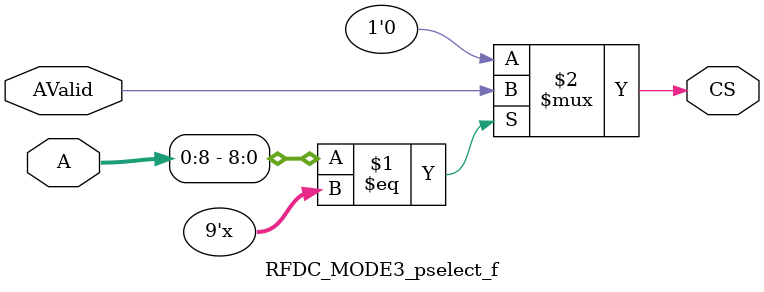
<source format=v>
`timescale 1 ps/1 ps

module RFDC_MODE3_pselect_f ( A, AValid, CS) ;

parameter C_AB  = 9;
parameter C_AW  = 32;
parameter [0:C_AW - 1] C_BAR =  'bz;
parameter C_FAMILY  = "nofamily";
input[0:C_AW-1] A; 
input AValid; 
output CS; 
wire CS;
parameter [0:C_AB-1]BAR = C_BAR[0:C_AB-1];

//----------------------------------------------------------------------------
// Build a behavioral decoder
//----------------------------------------------------------------------------
generate
if (C_AB > 0) begin : XST_WA
assign CS = (A[0:C_AB - 1] == BAR[0:C_AB - 1]) ? AValid : 1'b0 ;
end
endgenerate

generate
if (C_AB == 0) begin : PASS_ON_GEN
assign CS = AValid ;
end
endgenerate
endmodule

</source>
